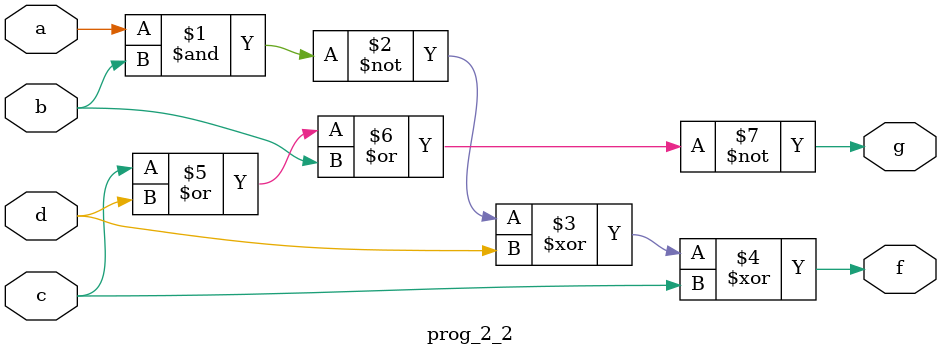
<source format=v>
module prog_2_2(a,b,c,d,f,g);
input a,b,c,d;
output f,g;
assign f = (~(a&b))^(d)^(c);
assign g  = ~((c)|(d)|(b));
endmodule
</source>
